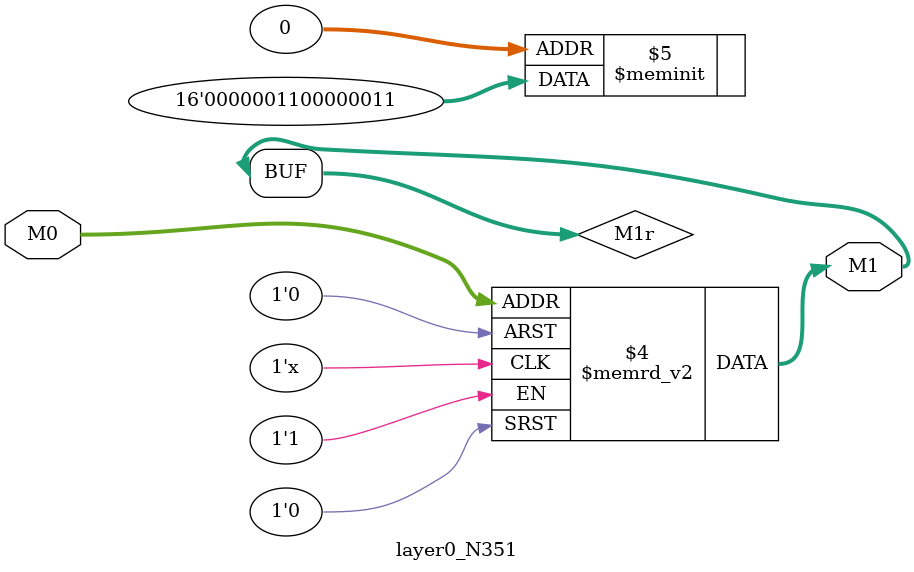
<source format=v>
module layer0_N351 ( input [2:0] M0, output [1:0] M1 );

	(*rom_style = "distributed" *) reg [1:0] M1r;
	assign M1 = M1r;
	always @ (M0) begin
		case (M0)
			3'b000: M1r = 2'b11;
			3'b100: M1r = 2'b11;
			3'b010: M1r = 2'b00;
			3'b110: M1r = 2'b00;
			3'b001: M1r = 2'b00;
			3'b101: M1r = 2'b00;
			3'b011: M1r = 2'b00;
			3'b111: M1r = 2'b00;

		endcase
	end
endmodule

</source>
